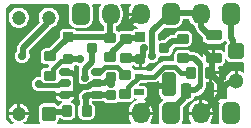
<source format=gtl>
G04*
G04 #@! TF.GenerationSoftware,Altium Limited,Altium Designer,21.1.1 (26)*
G04*
G04 Layer_Physical_Order=1*
G04 Layer_Color=255*
%FSLAX25Y25*%
%MOIN*%
G70*
G04*
G04 #@! TF.SameCoordinates,796318E6-0720-4558-8E08-BFF37AF7A405*
G04*
G04*
G04 #@! TF.FilePolarity,Positive*
G04*
G01*
G75*
G04:AMPARAMS|DCode=15|XSize=45.28mil|YSize=78.74mil|CornerRadius=6.79mil|HoleSize=0mil|Usage=FLASHONLY|Rotation=0.000|XOffset=0mil|YOffset=0mil|HoleType=Round|Shape=RoundedRectangle|*
%AMROUNDEDRECTD15*
21,1,0.04528,0.06516,0,0,0.0*
21,1,0.03169,0.07874,0,0,0.0*
1,1,0.01358,0.01585,-0.03258*
1,1,0.01358,-0.01585,-0.03258*
1,1,0.01358,-0.01585,0.03258*
1,1,0.01358,0.01585,0.03258*
%
%ADD15ROUNDEDRECTD15*%
G04:AMPARAMS|DCode=16|XSize=31.5mil|YSize=22.64mil|CornerRadius=3.4mil|HoleSize=0mil|Usage=FLASHONLY|Rotation=0.000|XOffset=0mil|YOffset=0mil|HoleType=Round|Shape=RoundedRectangle|*
%AMROUNDEDRECTD16*
21,1,0.03150,0.01585,0,0,0.0*
21,1,0.02471,0.02264,0,0,0.0*
1,1,0.00679,0.01235,-0.00792*
1,1,0.00679,-0.01235,-0.00792*
1,1,0.00679,-0.01235,0.00792*
1,1,0.00679,0.01235,0.00792*
%
%ADD16ROUNDEDRECTD16*%
%ADD17R,0.03150X0.02264*%
G04:AMPARAMS|DCode=18|XSize=31.5mil|YSize=35.43mil|CornerRadius=2.36mil|HoleSize=0mil|Usage=FLASHONLY|Rotation=270.000|XOffset=0mil|YOffset=0mil|HoleType=Round|Shape=RoundedRectangle|*
%AMROUNDEDRECTD18*
21,1,0.03150,0.03071,0,0,270.0*
21,1,0.02677,0.03543,0,0,270.0*
1,1,0.00472,-0.01535,-0.01339*
1,1,0.00472,-0.01535,0.01339*
1,1,0.00472,0.01535,0.01339*
1,1,0.00472,0.01535,-0.01339*
%
%ADD18ROUNDEDRECTD18*%
G04:AMPARAMS|DCode=19|XSize=31.5mil|YSize=35.43mil|CornerRadius=7.87mil|HoleSize=0mil|Usage=FLASHONLY|Rotation=270.000|XOffset=0mil|YOffset=0mil|HoleType=Round|Shape=RoundedRectangle|*
%AMROUNDEDRECTD19*
21,1,0.03150,0.01968,0,0,270.0*
21,1,0.01575,0.03543,0,0,270.0*
1,1,0.01575,-0.00984,-0.00787*
1,1,0.01575,-0.00984,0.00787*
1,1,0.01575,0.00984,0.00787*
1,1,0.01575,0.00984,-0.00787*
%
%ADD19ROUNDEDRECTD19*%
G04:AMPARAMS|DCode=20|XSize=37.4mil|YSize=33.47mil|CornerRadius=5.02mil|HoleSize=0mil|Usage=FLASHONLY|Rotation=0.000|XOffset=0mil|YOffset=0mil|HoleType=Round|Shape=RoundedRectangle|*
%AMROUNDEDRECTD20*
21,1,0.03740,0.02343,0,0,0.0*
21,1,0.02736,0.03347,0,0,0.0*
1,1,0.01004,0.01368,-0.01171*
1,1,0.01004,-0.01368,-0.01171*
1,1,0.01004,-0.01368,0.01171*
1,1,0.01004,0.01368,0.01171*
%
%ADD20ROUNDEDRECTD20*%
G04:AMPARAMS|DCode=23|XSize=31.5mil|YSize=31.5mil|CornerRadius=4.72mil|HoleSize=0mil|Usage=FLASHONLY|Rotation=90.000|XOffset=0mil|YOffset=0mil|HoleType=Round|Shape=RoundedRectangle|*
%AMROUNDEDRECTD23*
21,1,0.03150,0.02205,0,0,90.0*
21,1,0.02205,0.03150,0,0,90.0*
1,1,0.00945,0.01102,0.01102*
1,1,0.00945,0.01102,-0.01102*
1,1,0.00945,-0.01102,-0.01102*
1,1,0.00945,-0.01102,0.01102*
%
%ADD23ROUNDEDRECTD23*%
G04:AMPARAMS|DCode=24|XSize=35.43mil|YSize=51.18mil|CornerRadius=5.32mil|HoleSize=0mil|Usage=FLASHONLY|Rotation=270.000|XOffset=0mil|YOffset=0mil|HoleType=Round|Shape=RoundedRectangle|*
%AMROUNDEDRECTD24*
21,1,0.03543,0.04055,0,0,270.0*
21,1,0.02480,0.05118,0,0,270.0*
1,1,0.01063,-0.02028,-0.01240*
1,1,0.01063,-0.02028,0.01240*
1,1,0.01063,0.02028,0.01240*
1,1,0.01063,0.02028,-0.01240*
%
%ADD24ROUNDEDRECTD24*%
G04:AMPARAMS|DCode=25|XSize=37.4mil|YSize=33.47mil|CornerRadius=5.02mil|HoleSize=0mil|Usage=FLASHONLY|Rotation=90.000|XOffset=0mil|YOffset=0mil|HoleType=Round|Shape=RoundedRectangle|*
%AMROUNDEDRECTD25*
21,1,0.03740,0.02343,0,0,90.0*
21,1,0.02736,0.03347,0,0,90.0*
1,1,0.01004,0.01171,0.01368*
1,1,0.01004,0.01171,-0.01368*
1,1,0.01004,-0.01171,-0.01368*
1,1,0.01004,-0.01171,0.01368*
%
%ADD25ROUNDEDRECTD25*%
G04:AMPARAMS|DCode=26|XSize=35.43mil|YSize=51.18mil|CornerRadius=2.66mil|HoleSize=0mil|Usage=FLASHONLY|Rotation=180.000|XOffset=0mil|YOffset=0mil|HoleType=Round|Shape=RoundedRectangle|*
%AMROUNDEDRECTD26*
21,1,0.03543,0.04587,0,0,180.0*
21,1,0.03012,0.05118,0,0,180.0*
1,1,0.00532,-0.01506,0.02293*
1,1,0.00532,0.01506,0.02293*
1,1,0.00532,0.01506,-0.02293*
1,1,0.00532,-0.01506,-0.02293*
%
%ADD26ROUNDEDRECTD26*%
G04:AMPARAMS|DCode=27|XSize=35.43mil|YSize=51.18mil|CornerRadius=8.86mil|HoleSize=0mil|Usage=FLASHONLY|Rotation=180.000|XOffset=0mil|YOffset=0mil|HoleType=Round|Shape=RoundedRectangle|*
%AMROUNDEDRECTD27*
21,1,0.03543,0.03347,0,0,180.0*
21,1,0.01772,0.05118,0,0,180.0*
1,1,0.01772,-0.00886,0.01673*
1,1,0.01772,0.00886,0.01673*
1,1,0.01772,0.00886,-0.01673*
1,1,0.01772,-0.00886,-0.01673*
%
%ADD27ROUNDEDRECTD27*%
G04:AMPARAMS|DCode=47|XSize=41.34mil|YSize=23.62mil|CornerRadius=5.91mil|HoleSize=0mil|Usage=FLASHONLY|Rotation=0.000|XOffset=0mil|YOffset=0mil|HoleType=Round|Shape=RoundedRectangle|*
%AMROUNDEDRECTD47*
21,1,0.04134,0.01181,0,0,0.0*
21,1,0.02953,0.02362,0,0,0.0*
1,1,0.01181,0.01476,-0.00591*
1,1,0.01181,-0.01476,-0.00591*
1,1,0.01181,-0.01476,0.00591*
1,1,0.01181,0.01476,0.00591*
%
%ADD47ROUNDEDRECTD47*%
G04:AMPARAMS|DCode=48|XSize=41.34mil|YSize=23.62mil|CornerRadius=2.36mil|HoleSize=0mil|Usage=FLASHONLY|Rotation=180.000|XOffset=0mil|YOffset=0mil|HoleType=Round|Shape=RoundedRectangle|*
%AMROUNDEDRECTD48*
21,1,0.04134,0.01890,0,0,180.0*
21,1,0.03661,0.02362,0,0,180.0*
1,1,0.00472,-0.01831,0.00945*
1,1,0.00472,0.01831,0.00945*
1,1,0.00472,0.01831,-0.00945*
1,1,0.00472,-0.01831,-0.00945*
%
%ADD48ROUNDEDRECTD48*%
%ADD49C,0.01968*%
%ADD50C,0.01575*%
%ADD51C,0.01772*%
G04:AMPARAMS|DCode=52|XSize=59.06mil|YSize=70.87mil|CornerRadius=14.76mil|HoleSize=0mil|Usage=FLASHONLY|Rotation=0.000|XOffset=0mil|YOffset=0mil|HoleType=Round|Shape=RoundedRectangle|*
%AMROUNDEDRECTD52*
21,1,0.05906,0.04134,0,0,0.0*
21,1,0.02953,0.07087,0,0,0.0*
1,1,0.02953,0.01476,-0.02067*
1,1,0.02953,-0.01476,-0.02067*
1,1,0.02953,-0.01476,0.02067*
1,1,0.02953,0.01476,0.02067*
%
%ADD52ROUNDEDRECTD52*%
%ADD53O,0.05906X0.07087*%
%ADD54C,0.05118*%
G04:AMPARAMS|DCode=55|XSize=51.18mil|YSize=51.18mil|CornerRadius=7.68mil|HoleSize=0mil|Usage=FLASHONLY|Rotation=90.000|XOffset=0mil|YOffset=0mil|HoleType=Round|Shape=RoundedRectangle|*
%AMROUNDEDRECTD55*
21,1,0.05118,0.03583,0,0,90.0*
21,1,0.03583,0.05118,0,0,90.0*
1,1,0.01535,0.01791,0.01791*
1,1,0.01535,0.01791,-0.01791*
1,1,0.01535,-0.01791,-0.01791*
1,1,0.01535,-0.01791,0.01791*
%
%ADD55ROUNDEDRECTD55*%
%ADD56C,0.04724*%
G04:AMPARAMS|DCode=57|XSize=47.24mil|YSize=47.24mil|CornerRadius=7.09mil|HoleSize=0mil|Usage=FLASHONLY|Rotation=90.000|XOffset=0mil|YOffset=0mil|HoleType=Round|Shape=RoundedRectangle|*
%AMROUNDEDRECTD57*
21,1,0.04724,0.03307,0,0,90.0*
21,1,0.03307,0.04724,0,0,90.0*
1,1,0.01417,0.01654,0.01654*
1,1,0.01417,0.01654,-0.01654*
1,1,0.01417,-0.01654,-0.01654*
1,1,0.01417,-0.01654,0.01654*
%
%ADD57ROUNDEDRECTD57*%
%ADD58C,0.02756*%
G36*
X62660Y36571D02*
X63057Y35613D01*
X63688Y34791D01*
X64511Y34159D01*
X64690Y34085D01*
Y33990D01*
X64843Y33222D01*
X65278Y32571D01*
X67293Y30556D01*
Y29862D01*
X67411Y29271D01*
X67746Y28769D01*
X68247Y28434D01*
X68839Y28317D01*
X72894D01*
X73485Y28434D01*
X73987Y28769D01*
X74273Y29199D01*
X74601Y29268D01*
X74830Y29265D01*
X75077Y28896D01*
X75158Y28814D01*
Y28642D01*
X74905Y28262D01*
X74769Y27579D01*
Y25653D01*
X74269Y25561D01*
X73998Y25966D01*
X73491Y26305D01*
X72894Y26424D01*
X71358D01*
Y23622D01*
X70374D01*
Y26424D01*
X68839D01*
X68241Y26305D01*
X67734Y25966D01*
X67396Y25460D01*
X67277Y24862D01*
Y24108D01*
X66815Y23917D01*
X65789Y24943D01*
X65138Y25378D01*
X64370Y25531D01*
X63227D01*
X63069Y25766D01*
X62578Y26095D01*
X61998Y26210D01*
X59262D01*
X58682Y26095D01*
X58190Y25766D01*
X57862Y25275D01*
X57746Y24695D01*
Y22476D01*
X54134D01*
X53443Y22338D01*
X52857Y21947D01*
X50086Y19176D01*
X48622D01*
Y19486D01*
X46444D01*
X46260Y19523D01*
X46075Y19486D01*
X44162D01*
X44107Y19763D01*
X43778Y20255D01*
X43672Y20325D01*
X43715Y20842D01*
X44102Y21096D01*
X44121Y21092D01*
X44712Y20697D01*
X45409Y20559D01*
X45902D01*
Y23168D01*
X46886D01*
Y20559D01*
X47378D01*
X48075Y20697D01*
X48667Y21092D01*
X49062Y21684D01*
X49117Y21963D01*
X49558Y22199D01*
X49924Y22047D01*
X50864D01*
X51732Y22407D01*
X52396Y23071D01*
X52756Y23940D01*
Y24011D01*
X53142Y24328D01*
X53409Y24275D01*
X55378D01*
X56069Y24412D01*
X56655Y24804D01*
X57047Y25390D01*
X57184Y26081D01*
Y26624D01*
X57884Y27324D01*
X59941D01*
X59988Y27333D01*
X61998D01*
X62578Y27448D01*
X63069Y27777D01*
X63398Y28269D01*
X63513Y28848D01*
Y31191D01*
X63398Y31771D01*
X63069Y32262D01*
X62578Y32591D01*
X61998Y32706D01*
X59262D01*
X58682Y32591D01*
X58190Y32262D01*
X57862Y31771D01*
X57776Y31338D01*
X57053D01*
X56285Y31185D01*
X55633Y30750D01*
X54346Y29462D01*
X53409D01*
X52901Y29361D01*
X52401Y29668D01*
Y31649D01*
X54474Y33722D01*
X55020Y33613D01*
X57972D01*
X58933Y33804D01*
X59746Y34348D01*
X60290Y35162D01*
X60481Y36122D01*
Y36576D01*
X62660D01*
X62660Y36571D01*
D02*
G37*
G36*
X33392Y41201D02*
X33057Y40765D01*
X32660Y39807D01*
X32525Y38780D01*
Y37598D01*
X32660Y36571D01*
X33057Y35613D01*
X33688Y34791D01*
X34351Y34282D01*
Y33000D01*
X34272Y32985D01*
X33781Y32656D01*
X33725Y32573D01*
X25036D01*
X24793Y32937D01*
X24390Y33207D01*
X23913Y33301D01*
X20843D01*
X20366Y33207D01*
X19963Y32937D01*
X19693Y32533D01*
X19598Y32057D01*
Y30606D01*
X15793Y26801D01*
X14774D01*
X14194Y26685D01*
X13702Y26357D01*
X13374Y25865D01*
X13258Y25285D01*
Y22943D01*
X13374Y22363D01*
X13702Y21871D01*
X14194Y21543D01*
X14774Y21428D01*
X15507D01*
X15774Y20928D01*
X15555Y20601D01*
X15497Y20305D01*
X14774D01*
X14194Y20189D01*
X13702Y19861D01*
X13374Y19369D01*
X13258Y18789D01*
Y17413D01*
X12962Y17215D01*
X12023D01*
X11154Y16856D01*
X10490Y16191D01*
X10130Y15323D01*
Y14383D01*
X10490Y13515D01*
X11154Y12850D01*
X12023Y12491D01*
X12962D01*
X13377Y12662D01*
X17782D01*
X18193Y12162D01*
X18162Y12008D01*
Y11910D01*
X21260D01*
X24358D01*
Y12008D01*
X24235Y12629D01*
X23883Y13155D01*
X24025Y13661D01*
X24219Y13952D01*
X24341Y14567D01*
Y15748D01*
X24219Y16362D01*
X24024Y16654D01*
X23883Y17161D01*
X24235Y17687D01*
X24358Y18307D01*
Y18406D01*
X21260D01*
Y19390D01*
X24358D01*
Y19489D01*
X24235Y20109D01*
X24129Y20267D01*
X24118Y20341D01*
X24289Y20920D01*
X24640Y21154D01*
X24681Y21216D01*
X25063D01*
X25577Y21003D01*
X25910Y20811D01*
X25921Y20366D01*
X25847Y19991D01*
Y18363D01*
X25492Y17506D01*
Y16566D01*
X25851Y15698D01*
X26516Y15033D01*
X27384Y14673D01*
X28324D01*
X28344Y14682D01*
X28836Y14345D01*
X28916Y13947D01*
X29062Y13728D01*
X28794Y13228D01*
X28744D01*
X27976Y13075D01*
X27852Y12992D01*
X27683D01*
X26815Y12632D01*
X26151Y11968D01*
X25791Y11100D01*
Y10160D01*
X26151Y9292D01*
X26292Y9150D01*
Y8405D01*
X26202Y8345D01*
X25874Y7853D01*
X25758Y7274D01*
Y4537D01*
X25874Y3957D01*
X26202Y3466D01*
X26694Y3137D01*
X27274Y3022D01*
X29616D01*
X30196Y3137D01*
X30688Y3466D01*
X31016Y3957D01*
X31132Y4537D01*
Y7274D01*
X31016Y7853D01*
X30688Y8345D01*
X30306Y8600D01*
Y9214D01*
X31693D01*
X31767Y9228D01*
X33721D01*
X34141Y9312D01*
X34299D01*
X34462Y9068D01*
X34943Y8746D01*
X35512Y8633D01*
X37716D01*
X38285Y8746D01*
X38767Y9068D01*
X39105Y9135D01*
X39391Y8945D01*
X39970Y8829D01*
X42707D01*
X43287Y8945D01*
X43778Y9273D01*
X44107Y9765D01*
X44109Y9777D01*
X44311Y10118D01*
X44828Y10015D01*
X45258D01*
X45357Y9515D01*
X44503Y9161D01*
X43677Y8528D01*
X43043Y7702D01*
X42645Y6741D01*
X42509Y5709D01*
Y5610D01*
X50483D01*
Y5709D01*
X50347Y6741D01*
X49949Y7702D01*
X49315Y8528D01*
X48489Y9161D01*
X47528Y9560D01*
X47537Y10063D01*
X47815Y10118D01*
X48253Y10411D01*
X48545Y10849D01*
X48648Y11365D01*
Y12950D01*
X48545Y13466D01*
X48253Y13904D01*
X47815Y14197D01*
X47298Y14300D01*
X46051D01*
X45859Y14762D01*
X46352Y15254D01*
X48622D01*
Y15564D01*
X50835D01*
X51526Y15701D01*
X52112Y16093D01*
X52245Y16226D01*
X52707Y16035D01*
Y15256D01*
X56004D01*
Y14272D01*
X52707D01*
Y11506D01*
X52838Y10851D01*
X53209Y10295D01*
X53764Y9924D01*
X53787Y9920D01*
X53890Y9389D01*
X53246Y8959D01*
X52702Y8145D01*
X52511Y7185D01*
Y3051D01*
X52699Y2106D01*
X52713Y2016D01*
X52432Y1606D01*
X49867D01*
X49620Y2106D01*
X49949Y2534D01*
X50347Y3496D01*
X50483Y4528D01*
Y4626D01*
X42509D01*
Y4528D01*
X42645Y3496D01*
X43043Y2534D01*
X43372Y2106D01*
X43126Y1606D01*
X18728Y1606D01*
X18576Y2106D01*
X18701Y2189D01*
X19075Y2749D01*
X19206Y3409D01*
Y3477D01*
X19699D01*
X19706Y3466D01*
X20198Y3137D01*
X20778Y3022D01*
X23120D01*
X23700Y3137D01*
X24192Y3466D01*
X24520Y3957D01*
X24635Y4537D01*
Y7274D01*
X24520Y7853D01*
X24192Y8345D01*
X23700Y8674D01*
X23120Y8789D01*
X23132Y9284D01*
X23357Y9329D01*
X23883Y9680D01*
X24235Y10206D01*
X24358Y10827D01*
Y10926D01*
X21260D01*
X18162D01*
Y10827D01*
X18286Y10206D01*
X18637Y9680D01*
X19163Y9329D01*
X19784Y9205D01*
X20308D01*
X20357Y8705D01*
X20198Y8674D01*
X19706Y8345D01*
X19378Y7853D01*
X19373Y7831D01*
X18842Y7725D01*
X18701Y7937D01*
X18141Y8311D01*
X17480Y8443D01*
X14173D01*
X13513Y8311D01*
X12953Y7937D01*
X12578Y7377D01*
X12447Y6717D01*
Y3409D01*
X12578Y2749D01*
X12953Y2189D01*
X13077Y2106D01*
X12926Y1606D01*
X7563Y1606D01*
X7429Y2106D01*
X7891Y2373D01*
X8517Y2998D01*
X8960Y3765D01*
X9176Y4571D01*
X5827D01*
X2478D01*
X2694Y3765D01*
X3136Y2998D01*
X3762Y2373D01*
X4225Y2106D01*
X4091Y1606D01*
X3937D01*
X3937Y1606D01*
X3937Y1606D01*
X3707Y1606D01*
X3257Y1695D01*
X2833Y1871D01*
X2451Y2126D01*
X2126Y2451D01*
X1871Y2833D01*
X1695Y3257D01*
X1606Y3707D01*
Y3937D01*
Y39370D01*
Y39600D01*
X1695Y40050D01*
X1871Y40474D01*
X2126Y40856D01*
X2451Y41181D01*
X2833Y41436D01*
X3257Y41612D01*
X3707Y41701D01*
X22432D01*
X22713Y41291D01*
X22699Y41201D01*
X22511Y40256D01*
Y36122D01*
X22702Y35162D01*
X23246Y34348D01*
X24060Y33804D01*
X25020Y33613D01*
X27972D01*
X28932Y33804D01*
X29746Y34348D01*
X30290Y35162D01*
X30481Y36122D01*
Y40256D01*
X30293Y41201D01*
X30280Y41291D01*
X30560Y41701D01*
X33145D01*
X33392Y41201D01*
D02*
G37*
G36*
X43372D02*
X43043Y40773D01*
X42645Y39811D01*
X42509Y38780D01*
Y38681D01*
X46496D01*
Y37697D01*
X42509D01*
Y37598D01*
X42645Y36567D01*
X43043Y35605D01*
X43677Y34779D01*
X44503Y34146D01*
X45464Y33747D01*
X45401Y33252D01*
X44858D01*
X44382Y33157D01*
X43978Y32887D01*
X43750Y32545D01*
X43680Y32591D01*
X43100Y32706D01*
X40364D01*
X39784Y32591D01*
X39421Y32348D01*
X39253Y32277D01*
X38807Y32436D01*
X38660Y32656D01*
X38365Y32853D01*
Y34111D01*
X38482Y34159D01*
X39304Y34791D01*
X39935Y35613D01*
X40332Y36571D01*
X40467Y37598D01*
Y38780D01*
X40332Y39807D01*
X39935Y40765D01*
X39600Y41201D01*
X39847Y41701D01*
X43126Y41701D01*
X43372Y41201D01*
D02*
G37*
G36*
X75292Y22733D02*
X75872Y22346D01*
X76555Y22210D01*
X80138D01*
X80572Y22296D01*
X81072Y21957D01*
Y18906D01*
X80610Y18715D01*
X80532Y18793D01*
X79720Y19261D01*
X78839Y19498D01*
Y15945D01*
X77854D01*
Y19498D01*
X76973Y19261D01*
X76161Y18793D01*
X75498Y18130D01*
X75030Y17319D01*
X74787Y16413D01*
Y16182D01*
X74213D01*
Y12598D01*
X73721D01*
Y12106D01*
X70924D01*
Y10305D01*
X71022Y9811D01*
X71302Y9393D01*
X71721Y9113D01*
X72215Y9015D01*
X72681D01*
X72949Y8515D01*
X72702Y8145D01*
X72511Y7185D01*
Y3051D01*
X72699Y2106D01*
X72712Y2016D01*
X72432Y1606D01*
X69867D01*
X69620Y2106D01*
X69949Y2534D01*
X70347Y3496D01*
X70483Y4528D01*
Y4626D01*
X62509D01*
Y4528D01*
X62645Y3496D01*
X63043Y2534D01*
X63372Y2106D01*
X63126Y1606D01*
X60560D01*
X60280Y2016D01*
X60293Y2106D01*
X60481Y3051D01*
Y7122D01*
X62344Y8985D01*
X62367Y9019D01*
X62598D01*
X63328Y9164D01*
X63947Y9577D01*
X64360Y10195D01*
X64478Y10788D01*
X64764D01*
X65532Y10941D01*
X66183Y11376D01*
X67561Y12754D01*
X67996Y13405D01*
X68010Y13476D01*
X68159Y13700D01*
X68304Y14429D01*
Y15508D01*
X68573Y15729D01*
X69252D01*
Y18628D01*
X69744D01*
Y19120D01*
X72447D01*
Y19996D01*
X72382Y20320D01*
X72727Y20820D01*
X72894D01*
X73491Y20939D01*
X73998Y21278D01*
X74336Y21784D01*
X74455Y22382D01*
Y23154D01*
X74632Y23216D01*
X74955Y23237D01*
X75292Y22733D01*
D02*
G37*
%LPC*%
G36*
X6267Y40409D02*
X5386D01*
X4535Y40181D01*
X3772Y39741D01*
X3149Y39118D01*
X2708Y38355D01*
X2480Y37504D01*
Y36622D01*
X2708Y35771D01*
X3149Y35008D01*
X3772Y34385D01*
X4535Y33945D01*
X5386Y33716D01*
X6267D01*
X7118Y33945D01*
X7881Y34385D01*
X8505Y35008D01*
X8945Y35771D01*
X9173Y36622D01*
Y37504D01*
X8945Y38355D01*
X8505Y39118D01*
X7881Y39741D01*
X7118Y40181D01*
X6267Y40409D01*
D02*
G37*
G36*
X16267D02*
X15386D01*
X14535Y40181D01*
X13772Y39741D01*
X13149Y39118D01*
X12708Y38355D01*
X12480Y37504D01*
Y36622D01*
X12708Y35771D01*
X12906Y35429D01*
X5818Y28341D01*
X5383Y27690D01*
X5230Y26922D01*
Y25894D01*
X5084Y25747D01*
X4724Y24879D01*
Y23940D01*
X5084Y23071D01*
X5748Y22407D01*
X6617Y22047D01*
X7557D01*
X8425Y22407D01*
X9089Y23071D01*
X9449Y23940D01*
Y24879D01*
X9244Y25373D01*
Y26091D01*
X16719Y33565D01*
X16940Y33897D01*
X17119Y33945D01*
X17882Y34385D01*
X18505Y35008D01*
X18945Y35771D01*
X19173Y36622D01*
Y37504D01*
X18945Y38355D01*
X18505Y39118D01*
X17882Y39741D01*
X17119Y40181D01*
X16267Y40409D01*
D02*
G37*
G36*
X6319Y8412D02*
Y5555D01*
X9176D01*
X8960Y6361D01*
X8517Y7127D01*
X7891Y7753D01*
X7124Y8196D01*
X6319Y8412D01*
D02*
G37*
G36*
X5335D02*
X4529Y8196D01*
X3762Y7753D01*
X3136Y7127D01*
X2694Y6361D01*
X2478Y5555D01*
X5335D01*
Y8412D01*
D02*
G37*
G36*
X72447Y18136D02*
X70236D01*
Y15729D01*
X70650D01*
X70764Y15624D01*
X70988Y15278D01*
X70994Y15242D01*
X70924Y14892D01*
Y13091D01*
X73228D01*
Y16182D01*
X72603D01*
X72330Y16674D01*
X72447Y17260D01*
Y18136D01*
D02*
G37*
G36*
X66988Y9631D02*
Y5610D01*
X70483D01*
Y5709D01*
X70347Y6741D01*
X69949Y7702D01*
X69315Y8528D01*
X68489Y9161D01*
X67528Y9560D01*
X66988Y9631D01*
D02*
G37*
G36*
X66004D02*
X65464Y9560D01*
X64503Y9161D01*
X63677Y8528D01*
X63043Y7702D01*
X62645Y6741D01*
X62509Y5709D01*
Y5610D01*
X66004D01*
Y9631D01*
D02*
G37*
%LPD*%
D15*
X56004Y14764D02*
D03*
D16*
X46063Y12157D02*
D03*
D17*
Y17370D02*
D03*
D18*
X46394Y30669D02*
D03*
X22378Y30718D02*
D03*
D19*
X46394Y23168D02*
D03*
X54394Y26869D02*
D03*
X30378Y26919D02*
D03*
X22378Y23219D02*
D03*
D20*
X16142Y24114D02*
D03*
Y17618D02*
D03*
X36220Y23917D02*
D03*
Y30413D02*
D03*
X41339Y11516D02*
D03*
Y18012D02*
D03*
X60630Y30020D02*
D03*
Y23524D02*
D03*
X41732D02*
D03*
Y30020D02*
D03*
D23*
X36614Y17126D02*
D03*
X36614Y11220D02*
D03*
D24*
X70866Y23622D02*
D03*
Y31102D02*
D03*
D25*
X63248Y18628D02*
D03*
X69744D02*
D03*
X28445Y5906D02*
D03*
X21949D02*
D03*
D26*
X73721Y12598D02*
D03*
D27*
X61713D02*
D03*
D47*
X21260Y15157D02*
D03*
X21260Y11418D02*
D03*
X21260Y18898D02*
D03*
X31890D02*
D03*
Y15158D02*
D03*
D48*
X31890Y11418D02*
D03*
D49*
X65748Y27165D02*
X65899Y27015D01*
X66686D01*
X70572Y23128D02*
X70866D01*
X66686Y27015D02*
X70572Y23128D01*
X46260Y5472D02*
X51030Y10243D01*
X51181Y14173D02*
X55413D01*
X51030Y14023D02*
X51181Y14173D01*
X51030Y10243D02*
Y14023D01*
X55413Y14173D02*
X56004Y14764D01*
X41732Y34252D02*
X41979Y34499D01*
X42331D02*
X46021Y38189D01*
X41979Y34499D02*
X42331D01*
X46021Y38189D02*
X46496D01*
X21528Y5484D02*
X21949Y5906D01*
X16248Y5484D02*
X21528D01*
X15827Y5063D02*
X16248Y5484D01*
X28102Y10579D02*
X28299Y10382D01*
Y6051D02*
Y10382D01*
Y6051D02*
X28445Y5906D01*
X28102Y10579D02*
X28153Y10630D01*
X28102Y10579D02*
X28744Y11221D01*
X22446Y23223D02*
X26373D01*
X22441Y23228D02*
X22446Y23223D01*
X26373D02*
X26378Y23228D01*
X30265Y22402D02*
Y26328D01*
X30575Y26638D01*
Y26919D01*
X27854Y19991D02*
X30265Y22402D01*
X27854Y17036D02*
Y19991D01*
X56496Y38583D02*
X66496D01*
X50394Y24409D02*
Y32480D01*
X56496Y38583D01*
X56496Y5315D02*
X57017D01*
X64764Y12795D02*
X66142Y14173D01*
X62008Y12795D02*
X64764D01*
X64370Y23524D02*
X66398Y21496D01*
X56496Y5315D02*
Y5975D01*
Y5118D02*
Y5315D01*
X60925Y10404D02*
Y11713D01*
X56496Y5975D02*
X60925Y10404D01*
X15300Y34984D02*
Y36536D01*
X15827Y37063D01*
X7237Y26922D02*
X15300Y34984D01*
X7237Y24560D02*
Y26922D01*
X7087Y24409D02*
X7237Y24560D01*
X47441Y26714D02*
Y26927D01*
X47181Y26454D02*
X47441Y26714D01*
X47181Y23759D02*
Y26454D01*
X46984Y23759D02*
X47181D01*
X46394Y23168D02*
X46984Y23759D01*
X42057Y30344D02*
X46069D01*
X41732Y30020D02*
X42057Y30344D01*
X46069D02*
X46394Y30669D01*
X46216Y23346D02*
X46394Y23168D01*
X54394Y26869D02*
X54590D01*
X57053Y29331D01*
X59941D01*
X60630Y30020D01*
X41910Y23346D02*
X46216D01*
X41732Y23524D02*
X41910Y23346D01*
X36457Y14803D02*
Y17087D01*
Y14803D02*
X36496Y14764D01*
X36417Y17126D02*
X36457Y17087D01*
X34646Y15355D02*
X36417Y17126D01*
X22123Y11418D02*
X22320Y11221D01*
X21260Y11418D02*
X22123D01*
X66697Y33990D02*
X70079Y30609D01*
X66496Y36811D02*
X66697Y36610D01*
Y33990D02*
Y36610D01*
X26851Y14083D02*
X29077D01*
X24383Y11614D02*
X26851Y14083D01*
X29955Y14961D02*
X31693D01*
X29077Y14083D02*
X29955Y14961D01*
X31693D02*
X32087Y15355D01*
X21457Y18701D02*
X23748D01*
X24901Y12133D02*
Y17548D01*
X23748Y18701D02*
X24901Y17548D01*
X21457Y11614D02*
X24383D01*
X66496Y3937D02*
Y4587D01*
X73721Y11811D02*
Y12598D01*
X66496Y4587D02*
X73721Y11811D01*
X57017Y5315D02*
X58161Y6459D01*
Y6980D01*
X28744Y11221D02*
X31693D01*
X31890Y11418D01*
X21260Y18898D02*
X21457Y18701D01*
X36068Y30566D02*
X36358Y30856D01*
Y36673D02*
X36496Y36811D01*
X36358Y30856D02*
Y36673D01*
X60630Y23524D02*
X64370D01*
X70079Y30609D02*
X70866D01*
X70305Y19189D02*
Y22567D01*
X69744Y18628D02*
X70305Y19189D01*
Y22567D02*
X70866Y23128D01*
X60925Y11811D02*
X61713Y12598D01*
X31989Y11319D02*
X36319D01*
X31890Y11418D02*
X31989Y11319D01*
X36319D02*
X36417Y11220D01*
X21260Y11418D02*
X21457Y11614D01*
X22575Y30718D02*
X22727Y30566D01*
X36068D01*
X15945Y24114D02*
X21787Y29957D01*
Y30128D02*
X22378Y30718D01*
X22575D01*
X15748Y24114D02*
X15945D01*
X21787Y29957D02*
Y30128D01*
X77165Y27362D02*
X78740Y25787D01*
X77165Y27362D02*
Y29646D01*
X76496Y30315D02*
X77165Y29646D01*
X76496Y30315D02*
Y36811D01*
X73721Y13386D02*
X75677Y15342D01*
X73721Y12598D02*
Y13386D01*
X75677Y15342D02*
X78137D01*
X78740Y15945D01*
X72933Y13386D02*
Y15242D01*
X69744Y18431D02*
Y18628D01*
Y18431D02*
X72933Y15242D01*
Y13386D02*
X73721Y12598D01*
X37106Y24606D02*
Y25591D01*
X36417Y23917D02*
X37106Y24606D01*
X41535Y30020D02*
X41732D01*
X37106Y25591D02*
X41535Y30020D01*
X36220Y23917D02*
X36417D01*
X32087Y15355D02*
X34646D01*
D50*
X50835Y17370D02*
X54134Y20669D01*
X46063Y17370D02*
X50835D01*
X54134Y20669D02*
X58071D01*
X42421Y13878D02*
X46260Y17717D01*
X60039Y18701D02*
X62992D01*
X58071Y20669D02*
X60039Y18701D01*
X42421Y12402D02*
Y13878D01*
X41339Y11516D02*
X41535D01*
X42421Y12402D01*
X38484Y20669D02*
X41339Y17815D01*
Y17717D02*
Y17815D01*
X34547Y20669D02*
X38484D01*
X31890Y18898D02*
X32284Y19292D01*
X33170D02*
X34547Y20669D01*
X32284Y19292D02*
X33170D01*
X21673Y22513D02*
X22378Y23219D01*
X17224Y19910D02*
X19828Y22513D01*
X15945Y17618D02*
X16339D01*
X17224Y18504D01*
Y19910D01*
X19828Y22513D02*
X21673D01*
X12812Y14853D02*
X13196Y14469D01*
X20866Y14763D02*
X21260Y15157D01*
X12492Y14853D02*
X12812D01*
X13196Y14469D02*
X18861D01*
X19156Y14763D01*
X20866D01*
D51*
X66398Y14429D02*
Y21496D01*
D52*
X56496Y5118D02*
D03*
X76496D02*
D03*
X56496Y38189D02*
D03*
X76496D02*
D03*
X26496D02*
D03*
D53*
X46496Y5118D02*
D03*
X66496D02*
D03*
X46496Y38189D02*
D03*
X66496D02*
D03*
X36496D02*
D03*
D54*
X78347Y15945D02*
D03*
D55*
Y25787D02*
D03*
D56*
X5827Y5063D02*
D03*
X15827Y37063D02*
D03*
X5827D02*
D03*
D57*
X15827Y5063D02*
D03*
D58*
X16142Y10630D02*
D03*
X53937Y31102D02*
D03*
X65748Y27165D02*
D03*
X51181Y14173D02*
D03*
X33465Y5118D02*
D03*
X3543Y12598D02*
D03*
Y29134D02*
D03*
X26378Y23228D02*
D03*
X47441Y26927D02*
D03*
X36496Y14764D02*
D03*
X31890Y34321D02*
D03*
X41732Y34348D02*
D03*
X20891Y39807D02*
D03*
X12492Y14853D02*
D03*
X27854Y17036D02*
D03*
X11417Y24016D02*
D03*
X50394Y24409D02*
D03*
X28153Y10630D02*
D03*
X7087Y24409D02*
D03*
M02*

</source>
